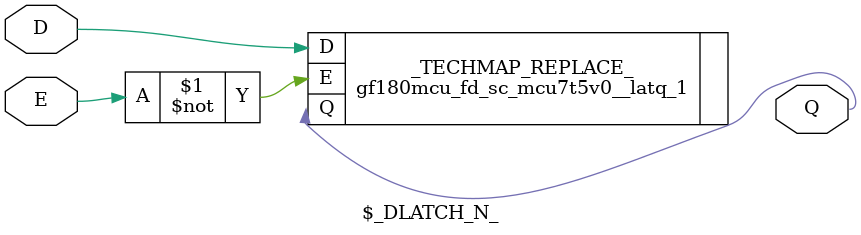
<source format=v>

module \$_DLATCH_P_ (input E, input D, output Q);
  gf180mcu_fd_sc_mcu7t5v0__latq_1 _TECHMAP_REPLACE_ (
    //# {{data|Data Signals}}
    .D (D),
    .Q (Q),
    
    //# {{clocks|Clocking}}
    .E (E)
  );
endmodule

module \$_DLATCH_N_ (input E, input D, output Q);
  gf180mcu_fd_sc_mcu7t5v0__latq_1 _TECHMAP_REPLACE_ (
    //# {{data|Data Signals}}
    .D (D),
    .Q (Q),
    
    //# {{clocks|Clocking}}
    .E (~E)
  );
endmodule

</source>
